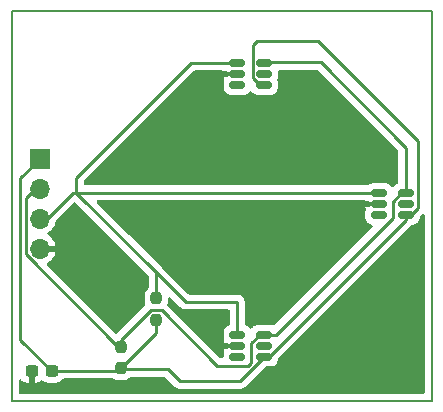
<source format=gtl>
%TF.GenerationSoftware,KiCad,Pcbnew,6.0.5*%
%TF.CreationDate,2022-08-02T09:40:57-05:00*%
%TF.ProjectId,TLE493d-W2B6-board,544c4534-3933-4642-9d57-3242362d626f,rev?*%
%TF.SameCoordinates,Original*%
%TF.FileFunction,Copper,L1,Top*%
%TF.FilePolarity,Positive*%
%FSLAX46Y46*%
G04 Gerber Fmt 4.6, Leading zero omitted, Abs format (unit mm)*
G04 Created by KiCad (PCBNEW 6.0.5) date 2022-08-02 09:40:57*
%MOMM*%
%LPD*%
G01*
G04 APERTURE LIST*
G04 Aperture macros list*
%AMRoundRect*
0 Rectangle with rounded corners*
0 $1 Rounding radius*
0 $2 $3 $4 $5 $6 $7 $8 $9 X,Y pos of 4 corners*
0 Add a 4 corners polygon primitive as box body*
4,1,4,$2,$3,$4,$5,$6,$7,$8,$9,$2,$3,0*
0 Add four circle primitives for the rounded corners*
1,1,$1+$1,$2,$3*
1,1,$1+$1,$4,$5*
1,1,$1+$1,$6,$7*
1,1,$1+$1,$8,$9*
0 Add four rect primitives between the rounded corners*
20,1,$1+$1,$2,$3,$4,$5,0*
20,1,$1+$1,$4,$5,$6,$7,0*
20,1,$1+$1,$6,$7,$8,$9,0*
20,1,$1+$1,$8,$9,$2,$3,0*%
G04 Aperture macros list end*
%TA.AperFunction,NonConductor*%
%ADD10C,0.200000*%
%TD*%
%TA.AperFunction,ComponentPad*%
%ADD11R,1.700000X1.700000*%
%TD*%
%TA.AperFunction,ComponentPad*%
%ADD12O,1.700000X1.700000*%
%TD*%
%TA.AperFunction,SMDPad,CuDef*%
%ADD13RoundRect,0.150000X-0.512500X-0.150000X0.512500X-0.150000X0.512500X0.150000X-0.512500X0.150000X0*%
%TD*%
%TA.AperFunction,SMDPad,CuDef*%
%ADD14RoundRect,0.237500X-0.237500X0.250000X-0.237500X-0.250000X0.237500X-0.250000X0.237500X0.250000X0*%
%TD*%
%TA.AperFunction,SMDPad,CuDef*%
%ADD15RoundRect,0.237500X0.237500X-0.250000X0.237500X0.250000X-0.237500X0.250000X-0.237500X-0.250000X0*%
%TD*%
%TA.AperFunction,SMDPad,CuDef*%
%ADD16RoundRect,0.237500X0.300000X0.237500X-0.300000X0.237500X-0.300000X-0.237500X0.300000X-0.237500X0*%
%TD*%
%TA.AperFunction,ViaPad*%
%ADD17C,0.800000*%
%TD*%
%TA.AperFunction,Conductor*%
%ADD18C,0.250000*%
%TD*%
G04 APERTURE END LIST*
D10*
X111760000Y-73660000D02*
X147320000Y-73660000D01*
X147320000Y-73660000D02*
X147320000Y-106680000D01*
X147320000Y-106680000D02*
X111760000Y-106680000D01*
X111760000Y-106680000D02*
X111760000Y-73660000D01*
D11*
%TO.P,J1,1,Pin_1*%
%TO.N,+3V3*%
X114125000Y-86150000D03*
D12*
%TO.P,J1,2,Pin_2*%
%TO.N,SDA*%
X114125000Y-88690000D03*
%TO.P,J1,3,Pin_3*%
%TO.N,SCL*%
X114125000Y-91230000D03*
%TO.P,J1,4,Pin_4*%
%TO.N,GND*%
X114125000Y-93770000D03*
%TD*%
D13*
%TO.P,U3,1,SCL/INT*%
%TO.N,SCL*%
X130862500Y-78050000D03*
%TO.P,U3,2,GND*%
%TO.N,GND*%
X130862500Y-79000000D03*
%TO.P,U3,3,GND*%
%TO.N,unconnected-(U3-Pad3)*%
X130862500Y-79950000D03*
%TO.P,U3,4,VDD*%
%TO.N,+3V3*%
X133137500Y-79950000D03*
%TO.P,U3,5,GND*%
%TO.N,unconnected-(U3-Pad5)*%
X133137500Y-79000000D03*
%TO.P,U3,6,SDA/ADDR*%
%TO.N,SDA*%
X133137500Y-78050000D03*
%TD*%
D14*
%TO.P,R1,1*%
%TO.N,SDA*%
X121000000Y-102087500D03*
%TO.P,R1,2*%
%TO.N,+3V3*%
X121000000Y-103912500D03*
%TD*%
D15*
%TO.P,R2,1*%
%TO.N,+3V3*%
X124000000Y-99825000D03*
%TO.P,R2,2*%
%TO.N,SCL*%
X124000000Y-98000000D03*
%TD*%
D13*
%TO.P,U1,1,SCL/INT*%
%TO.N,SCL*%
X142862500Y-89050000D03*
%TO.P,U1,2,GND*%
%TO.N,GND*%
X142862500Y-90000000D03*
%TO.P,U1,3,GND*%
%TO.N,unconnected-(U1-Pad3)*%
X142862500Y-90950000D03*
%TO.P,U1,4,VDD*%
%TO.N,+3V3*%
X145137500Y-90950000D03*
%TO.P,U1,5,GND*%
%TO.N,unconnected-(U1-Pad5)*%
X145137500Y-90000000D03*
%TO.P,U1,6,SDA/ADDR*%
%TO.N,SDA*%
X145137500Y-89050000D03*
%TD*%
%TO.P,U2,1,SCL/INT*%
%TO.N,SCL*%
X130862500Y-101050000D03*
%TO.P,U2,2,GND*%
%TO.N,GND*%
X130862500Y-102000000D03*
%TO.P,U2,3,GND*%
%TO.N,unconnected-(U2-Pad3)*%
X130862500Y-102950000D03*
%TO.P,U2,4,VDD*%
%TO.N,+3V3*%
X133137500Y-102950000D03*
%TO.P,U2,5,GND*%
%TO.N,unconnected-(U2-Pad5)*%
X133137500Y-102000000D03*
%TO.P,U2,6,SDA/ADDR*%
%TO.N,SDA*%
X133137500Y-101050000D03*
%TD*%
D16*
%TO.P,C1,1*%
%TO.N,+3V3*%
X115162500Y-104140000D03*
%TO.P,C1,2*%
%TO.N,GND*%
X113437500Y-104140000D03*
%TD*%
D17*
%TO.N,GND*%
X131318000Y-86360000D03*
X140462000Y-98298000D03*
X138938000Y-99822000D03*
X116586000Y-105410000D03*
X128524000Y-100330000D03*
X133604000Y-86360000D03*
X118872000Y-105410000D03*
X121158000Y-105410000D03*
X131318000Y-91694000D03*
X137160000Y-101346000D03*
X133604000Y-91694000D03*
X129000000Y-86360000D03*
X129012658Y-91694000D03*
%TD*%
D18*
%TO.N,+3V3*%
X145137500Y-91333572D02*
X133521072Y-102950000D01*
X115162500Y-104140000D02*
X120772500Y-104140000D01*
X132500000Y-76200000D02*
X132150480Y-76549520D01*
X137700000Y-76200000D02*
X132500000Y-76200000D01*
X124000000Y-100912500D02*
X124000000Y-99825000D01*
X133137500Y-102950000D02*
X131087500Y-105000000D01*
X131087500Y-105000000D02*
X126000000Y-105000000D01*
X121000000Y-103912500D02*
X124000000Y-100912500D01*
X132150480Y-79346552D02*
X132753928Y-79950000D01*
X145137500Y-90950000D02*
X145521072Y-90950000D01*
X133521072Y-102950000D02*
X133137500Y-102950000D01*
X112500969Y-101478469D02*
X115162500Y-104140000D01*
X120772500Y-104140000D02*
X121000000Y-103912500D01*
X132753928Y-79950000D02*
X133137500Y-79950000D01*
X146124520Y-90346552D02*
X146124520Y-84624520D01*
X146124520Y-84624520D02*
X137700000Y-76200000D01*
X112500969Y-87774031D02*
X112500969Y-101478469D01*
X145521072Y-90950000D02*
X146124520Y-90346552D01*
X126000000Y-105000000D02*
X125000000Y-104000000D01*
X145137500Y-90950000D02*
X145137500Y-91333572D01*
X125000000Y-104000000D02*
X121000000Y-104000000D01*
X132150480Y-76549520D02*
X132150480Y-79346552D01*
X114125000Y-86150000D02*
X112500969Y-87774031D01*
%TO.N,GND*%
X142862500Y-90000000D02*
X142478928Y-90000000D01*
X113437500Y-104140000D02*
X113500000Y-104202500D01*
%TO.N,SDA*%
X144000000Y-91146072D02*
X134096072Y-101050000D01*
X133137500Y-101050000D02*
X132753928Y-101050000D01*
X132000000Y-103451782D02*
X131769641Y-103682141D01*
X137915480Y-78000000D02*
X133187500Y-78000000D01*
X134096072Y-101050000D02*
X133137500Y-101050000D01*
X124470296Y-99012980D02*
X123529704Y-99012980D01*
X123529704Y-99012980D02*
X121000000Y-101542684D01*
X131769641Y-103682141D02*
X129139457Y-103682141D01*
X145137500Y-85222020D02*
X137915480Y-78000000D01*
X113750000Y-88690000D02*
X112950489Y-89489511D01*
X121000000Y-101542684D02*
X121000000Y-102087500D01*
X120781490Y-102087500D02*
X121000000Y-102087500D01*
X132753928Y-101050000D02*
X132000000Y-101803928D01*
X133187500Y-78000000D02*
X133137500Y-78050000D01*
X132000000Y-101803928D02*
X132000000Y-103451782D01*
X145137500Y-89050000D02*
X145137500Y-85222020D01*
X129139457Y-103682141D02*
X124470296Y-99012980D01*
X144753928Y-89050000D02*
X144000000Y-89803928D01*
X112950489Y-94256499D02*
X120781490Y-102087500D01*
X144000000Y-89803928D02*
X144000000Y-91146072D01*
X144753928Y-89050000D02*
X145137500Y-89050000D01*
X112950489Y-89489511D02*
X112950489Y-94256499D01*
%TO.N,SCL*%
X113750000Y-91230000D02*
X114764000Y-91230000D01*
X126492000Y-98298000D02*
X123952000Y-95758000D01*
X142848500Y-89036000D02*
X142862500Y-89050000D01*
X143246072Y-89050000D02*
X142862500Y-89050000D01*
X130862500Y-101050000D02*
X130862500Y-98350500D01*
X123952000Y-95758000D02*
X117230000Y-89036000D01*
X117230000Y-89036000D02*
X117230000Y-87770000D01*
X124000000Y-98000000D02*
X124000000Y-95806000D01*
X117230000Y-89036000D02*
X142848500Y-89036000D01*
X124000000Y-95806000D02*
X123952000Y-95758000D01*
X130862500Y-78050000D02*
X126950000Y-78050000D01*
X116958000Y-89036000D02*
X117230000Y-89036000D01*
X114764000Y-91230000D02*
X116958000Y-89036000D01*
X142862500Y-89050000D02*
X142758500Y-89154000D01*
X130862500Y-98350500D02*
X130810000Y-98298000D01*
X142812500Y-89000000D02*
X142862500Y-89050000D01*
X130810000Y-98298000D02*
X126492000Y-98298000D01*
X126950000Y-78050000D02*
X117230000Y-87770000D01*
%TD*%
%TA.AperFunction,Conductor*%
%TO.N,GND*%
G36*
X146629532Y-90841610D02*
G01*
X146686368Y-90884157D01*
X146711179Y-90950677D01*
X146711500Y-90959666D01*
X146711500Y-105945500D01*
X146691498Y-106013621D01*
X146637842Y-106060114D01*
X146585500Y-106071500D01*
X112494500Y-106071500D01*
X112426379Y-106051498D01*
X112379886Y-105997842D01*
X112368500Y-105945500D01*
X112368500Y-104967070D01*
X112388502Y-104898949D01*
X112442158Y-104852456D01*
X112512432Y-104842352D01*
X112577012Y-104871846D01*
X112583518Y-104877897D01*
X112667129Y-104961363D01*
X112678540Y-104970375D01*
X112814063Y-105053912D01*
X112827241Y-105060056D01*
X112978766Y-105110315D01*
X112992132Y-105113181D01*
X113084770Y-105122672D01*
X113091185Y-105123000D01*
X113165385Y-105123000D01*
X113180624Y-105118525D01*
X113181829Y-105117135D01*
X113183500Y-105109452D01*
X113183500Y-104012000D01*
X113203502Y-103943879D01*
X113257158Y-103897386D01*
X113309500Y-103886000D01*
X113565500Y-103886000D01*
X113633621Y-103906002D01*
X113680114Y-103959658D01*
X113691500Y-104012000D01*
X113691500Y-105104885D01*
X113695975Y-105120124D01*
X113697365Y-105121329D01*
X113705048Y-105123000D01*
X113783766Y-105123000D01*
X113790282Y-105122663D01*
X113884132Y-105112925D01*
X113897528Y-105110032D01*
X114048953Y-105059512D01*
X114062115Y-105053347D01*
X114197492Y-104969574D01*
X114208894Y-104960536D01*
X114210567Y-104958861D01*
X114211993Y-104958081D01*
X114214627Y-104955993D01*
X114214984Y-104956444D01*
X114272849Y-104924781D01*
X114343669Y-104929784D01*
X114388754Y-104958701D01*
X114391421Y-104961363D01*
X114396997Y-104966929D01*
X114545080Y-105058209D01*
X114710191Y-105112974D01*
X114717027Y-105113674D01*
X114717030Y-105113675D01*
X114764370Y-105118525D01*
X114812928Y-105123500D01*
X115512072Y-105123500D01*
X115515318Y-105123163D01*
X115515322Y-105123163D01*
X115609235Y-105113419D01*
X115609239Y-105113418D01*
X115616093Y-105112707D01*
X115622629Y-105110526D01*
X115622631Y-105110526D01*
X115755395Y-105066232D01*
X115781107Y-105057654D01*
X115929031Y-104966116D01*
X115970294Y-104924781D01*
X116046758Y-104848184D01*
X116046762Y-104848179D01*
X116051929Y-104843003D01*
X116057857Y-104833386D01*
X116059886Y-104831559D01*
X116060307Y-104831027D01*
X116060398Y-104831099D01*
X116110628Y-104785892D01*
X116165118Y-104773500D01*
X120296278Y-104773500D01*
X120362393Y-104792239D01*
X120445080Y-104843209D01*
X120610191Y-104897974D01*
X120617027Y-104898674D01*
X120617030Y-104898675D01*
X120668526Y-104903951D01*
X120712928Y-104908500D01*
X121287072Y-104908500D01*
X121290318Y-104908163D01*
X121290322Y-104908163D01*
X121384235Y-104898419D01*
X121384239Y-104898418D01*
X121391093Y-104897707D01*
X121397629Y-104895526D01*
X121397631Y-104895526D01*
X121539532Y-104848184D01*
X121556107Y-104842654D01*
X121704031Y-104751116D01*
X121709204Y-104745934D01*
X121709209Y-104745930D01*
X121784524Y-104670483D01*
X121846806Y-104636403D01*
X121873697Y-104633500D01*
X124685406Y-104633500D01*
X124753527Y-104653502D01*
X124774501Y-104670405D01*
X125496343Y-105392247D01*
X125503887Y-105400537D01*
X125508000Y-105407018D01*
X125513777Y-105412443D01*
X125557667Y-105453658D01*
X125560509Y-105456413D01*
X125580231Y-105476135D01*
X125583355Y-105478558D01*
X125583359Y-105478562D01*
X125583424Y-105478612D01*
X125592445Y-105486317D01*
X125624679Y-105516586D01*
X125631627Y-105520405D01*
X125631629Y-105520407D01*
X125642432Y-105526346D01*
X125658959Y-105537202D01*
X125668698Y-105544757D01*
X125668700Y-105544758D01*
X125674960Y-105549614D01*
X125715540Y-105567174D01*
X125726188Y-105572391D01*
X125750976Y-105586018D01*
X125764940Y-105593695D01*
X125772616Y-105595666D01*
X125772619Y-105595667D01*
X125784562Y-105598733D01*
X125803267Y-105605137D01*
X125821855Y-105613181D01*
X125829678Y-105614420D01*
X125829688Y-105614423D01*
X125865524Y-105620099D01*
X125877144Y-105622505D01*
X125908959Y-105630673D01*
X125919970Y-105633500D01*
X125940224Y-105633500D01*
X125959934Y-105635051D01*
X125979943Y-105638220D01*
X125987835Y-105637474D01*
X126006580Y-105635702D01*
X126023962Y-105634059D01*
X126035819Y-105633500D01*
X131008733Y-105633500D01*
X131019916Y-105634027D01*
X131027409Y-105635702D01*
X131035335Y-105635453D01*
X131035336Y-105635453D01*
X131095486Y-105633562D01*
X131099445Y-105633500D01*
X131127356Y-105633500D01*
X131131291Y-105633003D01*
X131131356Y-105632995D01*
X131143193Y-105632062D01*
X131175451Y-105631048D01*
X131179470Y-105630922D01*
X131187389Y-105630673D01*
X131206843Y-105625021D01*
X131226200Y-105621013D01*
X131238430Y-105619468D01*
X131238431Y-105619468D01*
X131246297Y-105618474D01*
X131253668Y-105615555D01*
X131253670Y-105615555D01*
X131287412Y-105602196D01*
X131298642Y-105598351D01*
X131333483Y-105588229D01*
X131333484Y-105588229D01*
X131341093Y-105586018D01*
X131347912Y-105581985D01*
X131347917Y-105581983D01*
X131358528Y-105575707D01*
X131376276Y-105567012D01*
X131395117Y-105559552D01*
X131430887Y-105533564D01*
X131440807Y-105527048D01*
X131472035Y-105508580D01*
X131472038Y-105508578D01*
X131478862Y-105504542D01*
X131493183Y-105490221D01*
X131508217Y-105477380D01*
X131509931Y-105476135D01*
X131524607Y-105465472D01*
X131552798Y-105431395D01*
X131560788Y-105422616D01*
X133188000Y-103795405D01*
X133250312Y-103761379D01*
X133277095Y-103758500D01*
X133716502Y-103758500D01*
X133718950Y-103758307D01*
X133718958Y-103758307D01*
X133747421Y-103756067D01*
X133747426Y-103756066D01*
X133753831Y-103755562D01*
X133853769Y-103726528D01*
X133905988Y-103711357D01*
X133905990Y-103711356D01*
X133913601Y-103709145D01*
X133942411Y-103692107D01*
X134049980Y-103628491D01*
X134049983Y-103628489D01*
X134056807Y-103624453D01*
X134174453Y-103506807D01*
X134178489Y-103499983D01*
X134178491Y-103499980D01*
X134255108Y-103370427D01*
X134259145Y-103363601D01*
X134305562Y-103203831D01*
X134308228Y-103169968D01*
X134308307Y-103168958D01*
X134308307Y-103168950D01*
X134308500Y-103166502D01*
X134308500Y-103110666D01*
X134328502Y-103042545D01*
X134345405Y-103021571D01*
X139927449Y-97439528D01*
X145529753Y-91837224D01*
X145538039Y-91829684D01*
X145544518Y-91825572D01*
X145570177Y-91798247D01*
X145631391Y-91762281D01*
X145662028Y-91758500D01*
X145716502Y-91758500D01*
X145718950Y-91758307D01*
X145718958Y-91758307D01*
X145747421Y-91756067D01*
X145747426Y-91756066D01*
X145753831Y-91755562D01*
X145853769Y-91726528D01*
X145905988Y-91711357D01*
X145905990Y-91711356D01*
X145913601Y-91709145D01*
X145942411Y-91692107D01*
X146049980Y-91628491D01*
X146049983Y-91628489D01*
X146056807Y-91624453D01*
X146174453Y-91506807D01*
X146178489Y-91499983D01*
X146178491Y-91499980D01*
X146255108Y-91370427D01*
X146259145Y-91363601D01*
X146305562Y-91203831D01*
X146308500Y-91166502D01*
X146308500Y-91110666D01*
X146328502Y-91042545D01*
X146345405Y-91021571D01*
X146496405Y-90870571D01*
X146558717Y-90836545D01*
X146629532Y-90841610D01*
G37*
%TD.AperFunction*%
%TA.AperFunction,Conductor*%
G36*
X125192012Y-97894370D02*
G01*
X125198595Y-97900499D01*
X125988343Y-98690247D01*
X125995887Y-98698537D01*
X126000000Y-98705018D01*
X126005777Y-98710443D01*
X126049667Y-98751658D01*
X126052509Y-98754413D01*
X126072230Y-98774134D01*
X126075425Y-98776612D01*
X126084447Y-98784318D01*
X126116679Y-98814586D01*
X126123628Y-98818406D01*
X126134432Y-98824346D01*
X126150956Y-98835199D01*
X126166959Y-98847613D01*
X126207543Y-98865176D01*
X126218173Y-98870383D01*
X126256940Y-98891695D01*
X126264617Y-98893666D01*
X126264622Y-98893668D01*
X126276558Y-98896732D01*
X126295266Y-98903137D01*
X126313855Y-98911181D01*
X126321680Y-98912420D01*
X126321682Y-98912421D01*
X126357519Y-98918097D01*
X126369140Y-98920504D01*
X126404289Y-98929528D01*
X126411970Y-98931500D01*
X126432231Y-98931500D01*
X126451940Y-98933051D01*
X126471943Y-98936219D01*
X126479835Y-98935473D01*
X126485062Y-98934979D01*
X126515954Y-98932059D01*
X126527811Y-98931500D01*
X130103000Y-98931500D01*
X130171121Y-98951502D01*
X130217614Y-99005158D01*
X130229000Y-99057500D01*
X130229000Y-100154822D01*
X130208998Y-100222943D01*
X130155342Y-100269436D01*
X130138153Y-100275819D01*
X130094012Y-100288643D01*
X130094010Y-100288644D01*
X130086399Y-100290855D01*
X130079572Y-100294892D01*
X130079573Y-100294892D01*
X129950020Y-100371509D01*
X129950017Y-100371511D01*
X129943193Y-100375547D01*
X129825547Y-100493193D01*
X129821511Y-100500017D01*
X129821509Y-100500020D01*
X129760670Y-100602894D01*
X129740855Y-100636399D01*
X129738644Y-100644010D01*
X129738643Y-100644012D01*
X129732494Y-100665177D01*
X129694438Y-100796169D01*
X129691500Y-100833498D01*
X129691500Y-101266502D01*
X129691693Y-101268950D01*
X129691693Y-101268958D01*
X129693633Y-101293598D01*
X129694438Y-101303831D01*
X129740855Y-101463601D01*
X129744889Y-101470423D01*
X129747128Y-101475596D01*
X129755824Y-101546058D01*
X129747128Y-101575674D01*
X129739107Y-101594210D01*
X129700061Y-101728605D01*
X129700101Y-101742706D01*
X129707370Y-101746000D01*
X129945158Y-101746000D01*
X130009297Y-101763547D01*
X130086399Y-101809145D01*
X130094010Y-101811356D01*
X130094012Y-101811357D01*
X130133868Y-101822936D01*
X130246169Y-101855562D01*
X130252574Y-101856066D01*
X130252579Y-101856067D01*
X130281042Y-101858307D01*
X130281050Y-101858307D01*
X130283498Y-101858500D01*
X130990500Y-101858500D01*
X131058621Y-101878502D01*
X131105114Y-101932158D01*
X131116500Y-101984500D01*
X131116500Y-102015500D01*
X131096498Y-102083621D01*
X131042842Y-102130114D01*
X130990500Y-102141500D01*
X130283498Y-102141500D01*
X130281050Y-102141693D01*
X130281042Y-102141693D01*
X130252579Y-102143933D01*
X130252574Y-102143934D01*
X130246169Y-102144438D01*
X130146231Y-102173472D01*
X130094012Y-102188643D01*
X130094010Y-102188644D01*
X130086399Y-102190855D01*
X130079572Y-102194892D01*
X130079573Y-102194892D01*
X130009297Y-102236453D01*
X129945158Y-102254000D01*
X129713122Y-102254000D01*
X129699591Y-102257973D01*
X129698456Y-102265871D01*
X129739107Y-102405790D01*
X129747128Y-102424326D01*
X129755824Y-102494788D01*
X129747128Y-102524404D01*
X129744889Y-102529577D01*
X129740855Y-102536399D01*
X129694438Y-102696169D01*
X129691500Y-102733498D01*
X129691500Y-102922641D01*
X129671498Y-102990762D01*
X129617842Y-103037255D01*
X129565500Y-103048641D01*
X129454051Y-103048641D01*
X129385930Y-103028639D01*
X129364956Y-103011736D01*
X127184263Y-100831042D01*
X124973948Y-98620727D01*
X124966395Y-98612422D01*
X124965367Y-98610801D01*
X124937786Y-98546438D01*
X124943298Y-98491781D01*
X124964032Y-98429267D01*
X124972974Y-98402309D01*
X124983500Y-98299572D01*
X124983500Y-97989594D01*
X125003502Y-97921473D01*
X125057158Y-97874980D01*
X125127432Y-97864876D01*
X125192012Y-97894370D01*
G37*
%TD.AperFunction*%
%TA.AperFunction,Conductor*%
G36*
X117138032Y-89856038D02*
G01*
X117183095Y-89884999D01*
X123329595Y-96031499D01*
X123363621Y-96093811D01*
X123366500Y-96120594D01*
X123366500Y-97047536D01*
X123346498Y-97115657D01*
X123306804Y-97154679D01*
X123295969Y-97161384D01*
X123290796Y-97166566D01*
X123178242Y-97279316D01*
X123178238Y-97279321D01*
X123173071Y-97284497D01*
X123081791Y-97432580D01*
X123027026Y-97597691D01*
X123016500Y-97700428D01*
X123016500Y-98299572D01*
X123016837Y-98302818D01*
X123016837Y-98302822D01*
X123020956Y-98342514D01*
X123027293Y-98403593D01*
X123029473Y-98410127D01*
X123029474Y-98410132D01*
X123056650Y-98491588D01*
X123059234Y-98562538D01*
X123026221Y-98620559D01*
X120707432Y-100939347D01*
X120645120Y-100973373D01*
X120574304Y-100968308D01*
X120529242Y-100939347D01*
X114751173Y-95161278D01*
X114717147Y-95098966D01*
X114722212Y-95028151D01*
X114764759Y-94971315D01*
X114784837Y-94959031D01*
X114818094Y-94942739D01*
X114826948Y-94937461D01*
X115000328Y-94813792D01*
X115008200Y-94807139D01*
X115159052Y-94656812D01*
X115165730Y-94648965D01*
X115290003Y-94476020D01*
X115295313Y-94467183D01*
X115389670Y-94276267D01*
X115393469Y-94266672D01*
X115455377Y-94062910D01*
X115457555Y-94052837D01*
X115458986Y-94041962D01*
X115456775Y-94027778D01*
X115443617Y-94024000D01*
X113997000Y-94024000D01*
X113928879Y-94003998D01*
X113882386Y-93950342D01*
X113871000Y-93898000D01*
X113871000Y-93642000D01*
X113891002Y-93573879D01*
X113944658Y-93527386D01*
X113997000Y-93516000D01*
X115443344Y-93516000D01*
X115456875Y-93512027D01*
X115458180Y-93502947D01*
X115416214Y-93335875D01*
X115412894Y-93326124D01*
X115327972Y-93130814D01*
X115323105Y-93121739D01*
X115207426Y-92942926D01*
X115201136Y-92934757D01*
X115057806Y-92777240D01*
X115050273Y-92770215D01*
X114883139Y-92638222D01*
X114874556Y-92632520D01*
X114837602Y-92612120D01*
X114787631Y-92561687D01*
X114772859Y-92492245D01*
X114797975Y-92425839D01*
X114825327Y-92399232D01*
X114848797Y-92382491D01*
X115004860Y-92271173D01*
X115163096Y-92113489D01*
X115293453Y-91932077D01*
X115343419Y-91830979D01*
X115390136Y-91736453D01*
X115390137Y-91736451D01*
X115392430Y-91731811D01*
X115457370Y-91518069D01*
X115464756Y-91461969D01*
X115493479Y-91397042D01*
X115500583Y-91389321D01*
X117004905Y-89884999D01*
X117067217Y-89850973D01*
X117138032Y-89856038D01*
G37*
%TD.AperFunction*%
%TA.AperFunction,Conductor*%
G36*
X141651166Y-89689502D02*
G01*
X141688849Y-89727078D01*
X141698480Y-89741971D01*
X141707370Y-89746000D01*
X141945158Y-89746000D01*
X142009297Y-89763547D01*
X142086399Y-89809145D01*
X142094010Y-89811356D01*
X142094012Y-89811357D01*
X142131621Y-89822283D01*
X142246169Y-89855562D01*
X142252574Y-89856066D01*
X142252579Y-89856067D01*
X142281042Y-89858307D01*
X142281050Y-89858307D01*
X142283498Y-89858500D01*
X142990500Y-89858500D01*
X143058621Y-89878502D01*
X143105114Y-89932158D01*
X143116500Y-89984500D01*
X143116500Y-90015500D01*
X143096498Y-90083621D01*
X143042842Y-90130114D01*
X142990500Y-90141500D01*
X142283498Y-90141500D01*
X142281050Y-90141693D01*
X142281042Y-90141693D01*
X142252579Y-90143933D01*
X142252574Y-90143934D01*
X142246169Y-90144438D01*
X142146231Y-90173472D01*
X142094012Y-90188643D01*
X142094010Y-90188644D01*
X142086399Y-90190855D01*
X142079572Y-90194892D01*
X142079573Y-90194892D01*
X142009297Y-90236453D01*
X141945158Y-90254000D01*
X141713122Y-90254000D01*
X141699591Y-90257973D01*
X141698456Y-90265871D01*
X141739107Y-90405790D01*
X141747128Y-90424326D01*
X141755824Y-90494788D01*
X141747128Y-90524404D01*
X141744889Y-90529577D01*
X141740855Y-90536399D01*
X141694438Y-90696169D01*
X141691500Y-90733498D01*
X141691500Y-91166502D01*
X141694438Y-91203831D01*
X141740855Y-91363601D01*
X141744892Y-91370427D01*
X141821509Y-91499980D01*
X141821511Y-91499983D01*
X141825547Y-91506807D01*
X141943193Y-91624453D01*
X141950017Y-91628489D01*
X141950020Y-91628491D01*
X142057589Y-91692107D01*
X142086399Y-91709145D01*
X142094010Y-91711356D01*
X142094012Y-91711357D01*
X142234082Y-91752051D01*
X142293917Y-91790264D01*
X142323595Y-91854760D01*
X142313692Y-91925063D01*
X142288024Y-91962143D01*
X134001713Y-100248454D01*
X133939401Y-100282480D01*
X133877466Y-100280356D01*
X133760011Y-100246233D01*
X133760007Y-100246232D01*
X133753831Y-100244438D01*
X133747426Y-100243934D01*
X133747421Y-100243933D01*
X133718958Y-100241693D01*
X133718950Y-100241693D01*
X133716502Y-100241500D01*
X132558498Y-100241500D01*
X132556050Y-100241693D01*
X132556042Y-100241693D01*
X132527579Y-100243933D01*
X132527574Y-100243934D01*
X132521169Y-100244438D01*
X132421231Y-100273472D01*
X132369012Y-100288643D01*
X132369010Y-100288644D01*
X132361399Y-100290855D01*
X132354572Y-100294892D01*
X132354573Y-100294892D01*
X132225020Y-100371509D01*
X132225017Y-100371511D01*
X132218193Y-100375547D01*
X132100547Y-100493193D01*
X132098294Y-100497002D01*
X132042004Y-100537655D01*
X131971112Y-100541506D01*
X131909391Y-100506418D01*
X131902724Y-100498724D01*
X131899453Y-100493193D01*
X131781807Y-100375547D01*
X131774983Y-100371511D01*
X131774980Y-100371509D01*
X131645427Y-100294892D01*
X131645428Y-100294892D01*
X131638601Y-100290855D01*
X131630990Y-100288644D01*
X131630988Y-100288643D01*
X131586847Y-100275819D01*
X131527011Y-100237606D01*
X131497334Y-100173110D01*
X131496000Y-100154822D01*
X131496000Y-98429267D01*
X131496527Y-98418084D01*
X131498202Y-98410591D01*
X131497767Y-98396735D01*
X131496062Y-98342514D01*
X131496000Y-98338555D01*
X131496000Y-98310644D01*
X131495495Y-98306644D01*
X131494562Y-98294801D01*
X131493422Y-98258529D01*
X131493173Y-98250610D01*
X131487522Y-98231158D01*
X131483514Y-98211806D01*
X131481967Y-98199563D01*
X131480974Y-98191703D01*
X131478056Y-98184332D01*
X131464700Y-98150597D01*
X131460855Y-98139370D01*
X131460221Y-98137187D01*
X131448518Y-98096907D01*
X131444484Y-98090085D01*
X131444481Y-98090079D01*
X131438206Y-98079468D01*
X131429510Y-98061718D01*
X131424972Y-98050256D01*
X131424969Y-98050251D01*
X131422052Y-98042883D01*
X131396073Y-98007125D01*
X131389557Y-97997207D01*
X131371075Y-97965957D01*
X131367042Y-97959137D01*
X131352718Y-97944813D01*
X131339876Y-97929778D01*
X131333842Y-97921473D01*
X131327972Y-97913393D01*
X131321868Y-97908343D01*
X131321866Y-97908341D01*
X131309513Y-97898122D01*
X131302181Y-97890790D01*
X131302000Y-97890982D01*
X131252349Y-97844357D01*
X131249507Y-97841602D01*
X131229770Y-97821865D01*
X131226573Y-97819385D01*
X131217551Y-97811680D01*
X131191100Y-97786841D01*
X131185321Y-97781414D01*
X131178375Y-97777595D01*
X131178372Y-97777593D01*
X131167566Y-97771652D01*
X131151047Y-97760801D01*
X131150583Y-97760441D01*
X131135041Y-97748386D01*
X131127772Y-97745241D01*
X131127768Y-97745238D01*
X131094463Y-97730826D01*
X131083813Y-97725609D01*
X131045060Y-97704305D01*
X131025437Y-97699267D01*
X131006734Y-97692863D01*
X130995420Y-97687967D01*
X130995419Y-97687967D01*
X130988145Y-97684819D01*
X130980322Y-97683580D01*
X130980312Y-97683577D01*
X130944476Y-97677901D01*
X130932856Y-97675495D01*
X130897711Y-97666472D01*
X130897710Y-97666472D01*
X130890030Y-97664500D01*
X130869776Y-97664500D01*
X130850065Y-97662949D01*
X130837886Y-97661020D01*
X130830057Y-97659780D01*
X130822165Y-97660526D01*
X130786039Y-97663941D01*
X130774181Y-97664500D01*
X126806595Y-97664500D01*
X126738474Y-97644498D01*
X126717500Y-97627595D01*
X124490218Y-95400313D01*
X124477376Y-95385278D01*
X124465472Y-95368893D01*
X124431406Y-95340711D01*
X124422627Y-95332722D01*
X124371770Y-95281865D01*
X124371766Y-95281862D01*
X121673471Y-92583567D01*
X118974500Y-89884595D01*
X118940474Y-89822283D01*
X118945539Y-89751468D01*
X118988086Y-89694632D01*
X119054606Y-89669821D01*
X119063595Y-89669500D01*
X141583045Y-89669500D01*
X141651166Y-89689502D01*
G37*
%TD.AperFunction*%
%TA.AperFunction,Conductor*%
G36*
X137669007Y-78653502D02*
G01*
X137689981Y-78670405D01*
X144467095Y-85447519D01*
X144501121Y-85509831D01*
X144504000Y-85536614D01*
X144504000Y-88154822D01*
X144483998Y-88222943D01*
X144430342Y-88269436D01*
X144413153Y-88275819D01*
X144369012Y-88288643D01*
X144369010Y-88288644D01*
X144361399Y-88290855D01*
X144354572Y-88294892D01*
X144354573Y-88294892D01*
X144225020Y-88371509D01*
X144225017Y-88371511D01*
X144218193Y-88375547D01*
X144100547Y-88493193D01*
X144098294Y-88497002D01*
X144042004Y-88537655D01*
X143971112Y-88541506D01*
X143909391Y-88506418D01*
X143902724Y-88498724D01*
X143899453Y-88493193D01*
X143781807Y-88375547D01*
X143774983Y-88371511D01*
X143774980Y-88371509D01*
X143645427Y-88294892D01*
X143645428Y-88294892D01*
X143638601Y-88290855D01*
X143630990Y-88288644D01*
X143630988Y-88288643D01*
X143578769Y-88273472D01*
X143478831Y-88244438D01*
X143472426Y-88243934D01*
X143472421Y-88243933D01*
X143443958Y-88241693D01*
X143443950Y-88241693D01*
X143441502Y-88241500D01*
X142283498Y-88241500D01*
X142281050Y-88241693D01*
X142281042Y-88241693D01*
X142252579Y-88243933D01*
X142252574Y-88243934D01*
X142246169Y-88244438D01*
X142146231Y-88273472D01*
X142094012Y-88288643D01*
X142094010Y-88288644D01*
X142086399Y-88290855D01*
X142079572Y-88294892D01*
X142079573Y-88294892D01*
X141950020Y-88371509D01*
X141950017Y-88371511D01*
X141943193Y-88375547D01*
X141941728Y-88377012D01*
X141878070Y-88402006D01*
X141866928Y-88402500D01*
X117989500Y-88402500D01*
X117921379Y-88382498D01*
X117874886Y-88328842D01*
X117863500Y-88276500D01*
X117863500Y-88084594D01*
X117883502Y-88016473D01*
X117900405Y-87995499D01*
X127175500Y-78720405D01*
X127237812Y-78686379D01*
X127264595Y-78683500D01*
X129592099Y-78683500D01*
X129660220Y-78703502D01*
X129697903Y-78741078D01*
X129698480Y-78741970D01*
X129707371Y-78746000D01*
X129945158Y-78746000D01*
X130009297Y-78763547D01*
X130086399Y-78809145D01*
X130094010Y-78811356D01*
X130094012Y-78811357D01*
X130146231Y-78826528D01*
X130246169Y-78855562D01*
X130252574Y-78856066D01*
X130252579Y-78856067D01*
X130281042Y-78858307D01*
X130281050Y-78858307D01*
X130283498Y-78858500D01*
X130990500Y-78858500D01*
X131058621Y-78878502D01*
X131105114Y-78932158D01*
X131116500Y-78984500D01*
X131116500Y-79015500D01*
X131096498Y-79083621D01*
X131042842Y-79130114D01*
X130990500Y-79141500D01*
X130283498Y-79141500D01*
X130281050Y-79141693D01*
X130281042Y-79141693D01*
X130252579Y-79143933D01*
X130252574Y-79143934D01*
X130246169Y-79144438D01*
X130146231Y-79173472D01*
X130094012Y-79188643D01*
X130094010Y-79188644D01*
X130086399Y-79190855D01*
X130079572Y-79194892D01*
X130079573Y-79194892D01*
X130009297Y-79236453D01*
X129945158Y-79254000D01*
X129713122Y-79254000D01*
X129699591Y-79257973D01*
X129698456Y-79265871D01*
X129739107Y-79405790D01*
X129747128Y-79424326D01*
X129755824Y-79494788D01*
X129747128Y-79524404D01*
X129744889Y-79529577D01*
X129740855Y-79536399D01*
X129694438Y-79696169D01*
X129691500Y-79733498D01*
X129691500Y-80166502D01*
X129694438Y-80203831D01*
X129740855Y-80363601D01*
X129744892Y-80370427D01*
X129821509Y-80499980D01*
X129821511Y-80499983D01*
X129825547Y-80506807D01*
X129943193Y-80624453D01*
X129950017Y-80628489D01*
X129950020Y-80628491D01*
X130057589Y-80692107D01*
X130086399Y-80709145D01*
X130094010Y-80711356D01*
X130094012Y-80711357D01*
X130146231Y-80726528D01*
X130246169Y-80755562D01*
X130252574Y-80756066D01*
X130252579Y-80756067D01*
X130281042Y-80758307D01*
X130281050Y-80758307D01*
X130283498Y-80758500D01*
X131441502Y-80758500D01*
X131443950Y-80758307D01*
X131443958Y-80758307D01*
X131472421Y-80756067D01*
X131472426Y-80756066D01*
X131478831Y-80755562D01*
X131578769Y-80726528D01*
X131630988Y-80711357D01*
X131630990Y-80711356D01*
X131638601Y-80709145D01*
X131667411Y-80692107D01*
X131774980Y-80628491D01*
X131774983Y-80628489D01*
X131781807Y-80624453D01*
X131899453Y-80506807D01*
X131901706Y-80502998D01*
X131957996Y-80462345D01*
X132028888Y-80458494D01*
X132090609Y-80493582D01*
X132097276Y-80501276D01*
X132100547Y-80506807D01*
X132218193Y-80624453D01*
X132225017Y-80628489D01*
X132225020Y-80628491D01*
X132332589Y-80692107D01*
X132361399Y-80709145D01*
X132369010Y-80711356D01*
X132369012Y-80711357D01*
X132421231Y-80726528D01*
X132521169Y-80755562D01*
X132527574Y-80756066D01*
X132527579Y-80756067D01*
X132556042Y-80758307D01*
X132556050Y-80758307D01*
X132558498Y-80758500D01*
X133716502Y-80758500D01*
X133718950Y-80758307D01*
X133718958Y-80758307D01*
X133747421Y-80756067D01*
X133747426Y-80756066D01*
X133753831Y-80755562D01*
X133853769Y-80726528D01*
X133905988Y-80711357D01*
X133905990Y-80711356D01*
X133913601Y-80709145D01*
X133942411Y-80692107D01*
X134049980Y-80628491D01*
X134049983Y-80628489D01*
X134056807Y-80624453D01*
X134174453Y-80506807D01*
X134178489Y-80499983D01*
X134178491Y-80499980D01*
X134255108Y-80370427D01*
X134259145Y-80363601D01*
X134305562Y-80203831D01*
X134308500Y-80166502D01*
X134308500Y-79733498D01*
X134305562Y-79696169D01*
X134259145Y-79536399D01*
X134255113Y-79529581D01*
X134253147Y-79525038D01*
X134244451Y-79454576D01*
X134253147Y-79424962D01*
X134255113Y-79420419D01*
X134259145Y-79413601D01*
X134261415Y-79405790D01*
X134303767Y-79260008D01*
X134305562Y-79253831D01*
X134308500Y-79216502D01*
X134308500Y-78783498D01*
X134308307Y-78781042D01*
X134308306Y-78781024D01*
X134307390Y-78769389D01*
X134321984Y-78699909D01*
X134371825Y-78649348D01*
X134433001Y-78633500D01*
X137600886Y-78633500D01*
X137669007Y-78653502D01*
G37*
%TD.AperFunction*%
%TD*%
M02*

</source>
